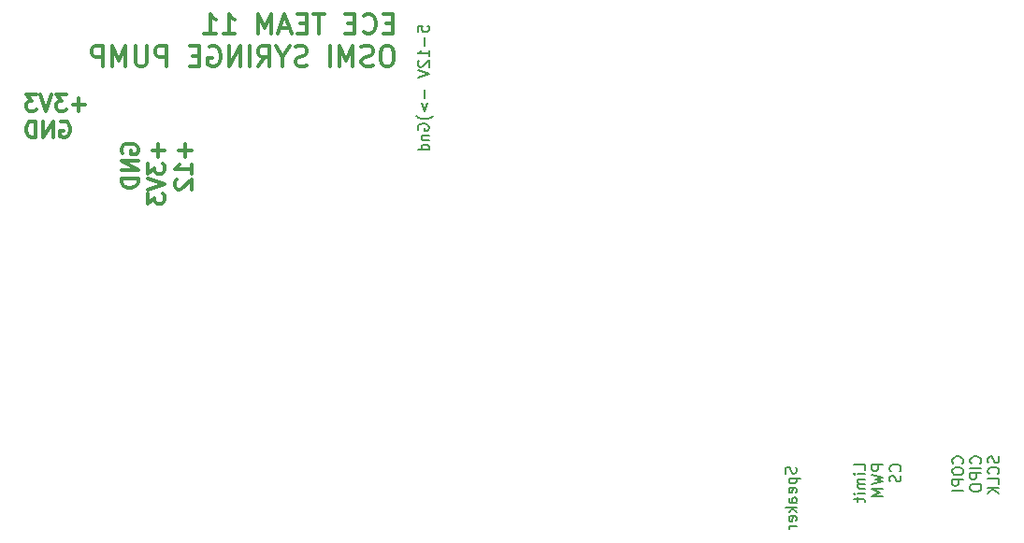
<source format=gbr>
%TF.GenerationSoftware,KiCad,Pcbnew,7.0.9*%
%TF.CreationDate,2024-01-24T14:37:03-05:00*%
%TF.ProjectId,FinalPcbLayout,46696e61-6c50-4636-924c-61796f75742e,rev?*%
%TF.SameCoordinates,Original*%
%TF.FileFunction,Legend,Bot*%
%TF.FilePolarity,Positive*%
%FSLAX46Y46*%
G04 Gerber Fmt 4.6, Leading zero omitted, Abs format (unit mm)*
G04 Created by KiCad (PCBNEW 7.0.9) date 2024-01-24 14:37:03*
%MOMM*%
%LPD*%
G01*
G04 APERTURE LIST*
%ADD10C,0.150000*%
%ADD11C,0.300000*%
G04 APERTURE END LIST*
D10*
X153847800Y-120532760D02*
X153895419Y-120675617D01*
X153895419Y-120675617D02*
X153895419Y-120913712D01*
X153895419Y-120913712D02*
X153847800Y-121008950D01*
X153847800Y-121008950D02*
X153800180Y-121056569D01*
X153800180Y-121056569D02*
X153704942Y-121104188D01*
X153704942Y-121104188D02*
X153609704Y-121104188D01*
X153609704Y-121104188D02*
X153514466Y-121056569D01*
X153514466Y-121056569D02*
X153466847Y-121008950D01*
X153466847Y-121008950D02*
X153419228Y-120913712D01*
X153419228Y-120913712D02*
X153371609Y-120723236D01*
X153371609Y-120723236D02*
X153323990Y-120627998D01*
X153323990Y-120627998D02*
X153276371Y-120580379D01*
X153276371Y-120580379D02*
X153181133Y-120532760D01*
X153181133Y-120532760D02*
X153085895Y-120532760D01*
X153085895Y-120532760D02*
X152990657Y-120580379D01*
X152990657Y-120580379D02*
X152943038Y-120627998D01*
X152943038Y-120627998D02*
X152895419Y-120723236D01*
X152895419Y-120723236D02*
X152895419Y-120961331D01*
X152895419Y-120961331D02*
X152943038Y-121104188D01*
X153228752Y-121532760D02*
X154228752Y-121532760D01*
X153276371Y-121532760D02*
X153228752Y-121627998D01*
X153228752Y-121627998D02*
X153228752Y-121818474D01*
X153228752Y-121818474D02*
X153276371Y-121913712D01*
X153276371Y-121913712D02*
X153323990Y-121961331D01*
X153323990Y-121961331D02*
X153419228Y-122008950D01*
X153419228Y-122008950D02*
X153704942Y-122008950D01*
X153704942Y-122008950D02*
X153800180Y-121961331D01*
X153800180Y-121961331D02*
X153847800Y-121913712D01*
X153847800Y-121913712D02*
X153895419Y-121818474D01*
X153895419Y-121818474D02*
X153895419Y-121627998D01*
X153895419Y-121627998D02*
X153847800Y-121532760D01*
X153847800Y-122818474D02*
X153895419Y-122723236D01*
X153895419Y-122723236D02*
X153895419Y-122532760D01*
X153895419Y-122532760D02*
X153847800Y-122437522D01*
X153847800Y-122437522D02*
X153752561Y-122389903D01*
X153752561Y-122389903D02*
X153371609Y-122389903D01*
X153371609Y-122389903D02*
X153276371Y-122437522D01*
X153276371Y-122437522D02*
X153228752Y-122532760D01*
X153228752Y-122532760D02*
X153228752Y-122723236D01*
X153228752Y-122723236D02*
X153276371Y-122818474D01*
X153276371Y-122818474D02*
X153371609Y-122866093D01*
X153371609Y-122866093D02*
X153466847Y-122866093D01*
X153466847Y-122866093D02*
X153562085Y-122389903D01*
X153895419Y-123723236D02*
X153371609Y-123723236D01*
X153371609Y-123723236D02*
X153276371Y-123675617D01*
X153276371Y-123675617D02*
X153228752Y-123580379D01*
X153228752Y-123580379D02*
X153228752Y-123389903D01*
X153228752Y-123389903D02*
X153276371Y-123294665D01*
X153847800Y-123723236D02*
X153895419Y-123627998D01*
X153895419Y-123627998D02*
X153895419Y-123389903D01*
X153895419Y-123389903D02*
X153847800Y-123294665D01*
X153847800Y-123294665D02*
X153752561Y-123247046D01*
X153752561Y-123247046D02*
X153657323Y-123247046D01*
X153657323Y-123247046D02*
X153562085Y-123294665D01*
X153562085Y-123294665D02*
X153514466Y-123389903D01*
X153514466Y-123389903D02*
X153514466Y-123627998D01*
X153514466Y-123627998D02*
X153466847Y-123723236D01*
X153895419Y-124199427D02*
X152895419Y-124199427D01*
X153514466Y-124294665D02*
X153895419Y-124580379D01*
X153228752Y-124580379D02*
X153609704Y-124199427D01*
X153847800Y-125389903D02*
X153895419Y-125294665D01*
X153895419Y-125294665D02*
X153895419Y-125104189D01*
X153895419Y-125104189D02*
X153847800Y-125008951D01*
X153847800Y-125008951D02*
X153752561Y-124961332D01*
X153752561Y-124961332D02*
X153371609Y-124961332D01*
X153371609Y-124961332D02*
X153276371Y-125008951D01*
X153276371Y-125008951D02*
X153228752Y-125104189D01*
X153228752Y-125104189D02*
X153228752Y-125294665D01*
X153228752Y-125294665D02*
X153276371Y-125389903D01*
X153276371Y-125389903D02*
X153371609Y-125437522D01*
X153371609Y-125437522D02*
X153466847Y-125437522D01*
X153466847Y-125437522D02*
X153562085Y-124961332D01*
X153895419Y-125866094D02*
X153228752Y-125866094D01*
X153419228Y-125866094D02*
X153323990Y-125913713D01*
X153323990Y-125913713D02*
X153276371Y-125961332D01*
X153276371Y-125961332D02*
X153228752Y-126056570D01*
X153228752Y-126056570D02*
X153228752Y-126151808D01*
D11*
X92856257Y-92069025D02*
X92784828Y-91926168D01*
X92784828Y-91926168D02*
X92784828Y-91711882D01*
X92784828Y-91711882D02*
X92856257Y-91497596D01*
X92856257Y-91497596D02*
X92999114Y-91354739D01*
X92999114Y-91354739D02*
X93141971Y-91283310D01*
X93141971Y-91283310D02*
X93427685Y-91211882D01*
X93427685Y-91211882D02*
X93641971Y-91211882D01*
X93641971Y-91211882D02*
X93927685Y-91283310D01*
X93927685Y-91283310D02*
X94070542Y-91354739D01*
X94070542Y-91354739D02*
X94213400Y-91497596D01*
X94213400Y-91497596D02*
X94284828Y-91711882D01*
X94284828Y-91711882D02*
X94284828Y-91854739D01*
X94284828Y-91854739D02*
X94213400Y-92069025D01*
X94213400Y-92069025D02*
X94141971Y-92140453D01*
X94141971Y-92140453D02*
X93641971Y-92140453D01*
X93641971Y-92140453D02*
X93641971Y-91854739D01*
X94284828Y-92783310D02*
X92784828Y-92783310D01*
X92784828Y-92783310D02*
X94284828Y-93640453D01*
X94284828Y-93640453D02*
X92784828Y-93640453D01*
X94284828Y-94354739D02*
X92784828Y-94354739D01*
X92784828Y-94354739D02*
X92784828Y-94711882D01*
X92784828Y-94711882D02*
X92856257Y-94926168D01*
X92856257Y-94926168D02*
X92999114Y-95069025D01*
X92999114Y-95069025D02*
X93141971Y-95140454D01*
X93141971Y-95140454D02*
X93427685Y-95211882D01*
X93427685Y-95211882D02*
X93641971Y-95211882D01*
X93641971Y-95211882D02*
X93927685Y-95140454D01*
X93927685Y-95140454D02*
X94070542Y-95069025D01*
X94070542Y-95069025D02*
X94213400Y-94926168D01*
X94213400Y-94926168D02*
X94284828Y-94711882D01*
X94284828Y-94711882D02*
X94284828Y-94354739D01*
X96128400Y-91283310D02*
X96128400Y-92426168D01*
X96699828Y-91854739D02*
X95556971Y-91854739D01*
X95199828Y-92997596D02*
X95199828Y-93926168D01*
X95199828Y-93926168D02*
X95771257Y-93426168D01*
X95771257Y-93426168D02*
X95771257Y-93640453D01*
X95771257Y-93640453D02*
X95842685Y-93783311D01*
X95842685Y-93783311D02*
X95914114Y-93854739D01*
X95914114Y-93854739D02*
X96056971Y-93926168D01*
X96056971Y-93926168D02*
X96414114Y-93926168D01*
X96414114Y-93926168D02*
X96556971Y-93854739D01*
X96556971Y-93854739D02*
X96628400Y-93783311D01*
X96628400Y-93783311D02*
X96699828Y-93640453D01*
X96699828Y-93640453D02*
X96699828Y-93211882D01*
X96699828Y-93211882D02*
X96628400Y-93069025D01*
X96628400Y-93069025D02*
X96556971Y-92997596D01*
X95199828Y-94354739D02*
X96699828Y-94854739D01*
X96699828Y-94854739D02*
X95199828Y-95354739D01*
X95199828Y-95711881D02*
X95199828Y-96640453D01*
X95199828Y-96640453D02*
X95771257Y-96140453D01*
X95771257Y-96140453D02*
X95771257Y-96354738D01*
X95771257Y-96354738D02*
X95842685Y-96497596D01*
X95842685Y-96497596D02*
X95914114Y-96569024D01*
X95914114Y-96569024D02*
X96056971Y-96640453D01*
X96056971Y-96640453D02*
X96414114Y-96640453D01*
X96414114Y-96640453D02*
X96556971Y-96569024D01*
X96556971Y-96569024D02*
X96628400Y-96497596D01*
X96628400Y-96497596D02*
X96699828Y-96354738D01*
X96699828Y-96354738D02*
X96699828Y-95926167D01*
X96699828Y-95926167D02*
X96628400Y-95783310D01*
X96628400Y-95783310D02*
X96556971Y-95711881D01*
X98543400Y-91283310D02*
X98543400Y-92426168D01*
X99114828Y-91854739D02*
X97971971Y-91854739D01*
X99114828Y-93926168D02*
X99114828Y-93069025D01*
X99114828Y-93497596D02*
X97614828Y-93497596D01*
X97614828Y-93497596D02*
X97829114Y-93354739D01*
X97829114Y-93354739D02*
X97971971Y-93211882D01*
X97971971Y-93211882D02*
X98043400Y-93069025D01*
X97757685Y-94497596D02*
X97686257Y-94569024D01*
X97686257Y-94569024D02*
X97614828Y-94711882D01*
X97614828Y-94711882D02*
X97614828Y-95069024D01*
X97614828Y-95069024D02*
X97686257Y-95211882D01*
X97686257Y-95211882D02*
X97757685Y-95283310D01*
X97757685Y-95283310D02*
X97900542Y-95354739D01*
X97900542Y-95354739D02*
X98043400Y-95354739D01*
X98043400Y-95354739D02*
X98257685Y-95283310D01*
X98257685Y-95283310D02*
X99114828Y-94426167D01*
X99114828Y-94426167D02*
X99114828Y-95354739D01*
X89507824Y-87695600D02*
X88364967Y-87695600D01*
X88936395Y-88267028D02*
X88936395Y-87124171D01*
X87793538Y-86767028D02*
X86864966Y-86767028D01*
X86864966Y-86767028D02*
X87364966Y-87338457D01*
X87364966Y-87338457D02*
X87150681Y-87338457D01*
X87150681Y-87338457D02*
X87007824Y-87409885D01*
X87007824Y-87409885D02*
X86936395Y-87481314D01*
X86936395Y-87481314D02*
X86864966Y-87624171D01*
X86864966Y-87624171D02*
X86864966Y-87981314D01*
X86864966Y-87981314D02*
X86936395Y-88124171D01*
X86936395Y-88124171D02*
X87007824Y-88195600D01*
X87007824Y-88195600D02*
X87150681Y-88267028D01*
X87150681Y-88267028D02*
X87579252Y-88267028D01*
X87579252Y-88267028D02*
X87722109Y-88195600D01*
X87722109Y-88195600D02*
X87793538Y-88124171D01*
X86436395Y-86767028D02*
X85936395Y-88267028D01*
X85936395Y-88267028D02*
X85436395Y-86767028D01*
X85079253Y-86767028D02*
X84150681Y-86767028D01*
X84150681Y-86767028D02*
X84650681Y-87338457D01*
X84650681Y-87338457D02*
X84436396Y-87338457D01*
X84436396Y-87338457D02*
X84293539Y-87409885D01*
X84293539Y-87409885D02*
X84222110Y-87481314D01*
X84222110Y-87481314D02*
X84150681Y-87624171D01*
X84150681Y-87624171D02*
X84150681Y-87981314D01*
X84150681Y-87981314D02*
X84222110Y-88124171D01*
X84222110Y-88124171D02*
X84293539Y-88195600D01*
X84293539Y-88195600D02*
X84436396Y-88267028D01*
X84436396Y-88267028D02*
X84864967Y-88267028D01*
X84864967Y-88267028D02*
X85007824Y-88195600D01*
X85007824Y-88195600D02*
X85079253Y-88124171D01*
X87293539Y-89253457D02*
X87436397Y-89182028D01*
X87436397Y-89182028D02*
X87650682Y-89182028D01*
X87650682Y-89182028D02*
X87864968Y-89253457D01*
X87864968Y-89253457D02*
X88007825Y-89396314D01*
X88007825Y-89396314D02*
X88079254Y-89539171D01*
X88079254Y-89539171D02*
X88150682Y-89824885D01*
X88150682Y-89824885D02*
X88150682Y-90039171D01*
X88150682Y-90039171D02*
X88079254Y-90324885D01*
X88079254Y-90324885D02*
X88007825Y-90467742D01*
X88007825Y-90467742D02*
X87864968Y-90610600D01*
X87864968Y-90610600D02*
X87650682Y-90682028D01*
X87650682Y-90682028D02*
X87507825Y-90682028D01*
X87507825Y-90682028D02*
X87293539Y-90610600D01*
X87293539Y-90610600D02*
X87222111Y-90539171D01*
X87222111Y-90539171D02*
X87222111Y-90039171D01*
X87222111Y-90039171D02*
X87507825Y-90039171D01*
X86579254Y-90682028D02*
X86579254Y-89182028D01*
X86579254Y-89182028D02*
X85722111Y-90682028D01*
X85722111Y-90682028D02*
X85722111Y-89182028D01*
X85007825Y-90682028D02*
X85007825Y-89182028D01*
X85007825Y-89182028D02*
X84650682Y-89182028D01*
X84650682Y-89182028D02*
X84436396Y-89253457D01*
X84436396Y-89253457D02*
X84293539Y-89396314D01*
X84293539Y-89396314D02*
X84222110Y-89539171D01*
X84222110Y-89539171D02*
X84150682Y-89824885D01*
X84150682Y-89824885D02*
X84150682Y-90039171D01*
X84150682Y-90039171D02*
X84222110Y-90324885D01*
X84222110Y-90324885D02*
X84293539Y-90467742D01*
X84293539Y-90467742D02*
X84436396Y-90610600D01*
X84436396Y-90610600D02*
X84650682Y-90682028D01*
X84650682Y-90682028D02*
X85007825Y-90682028D01*
D10*
X119621419Y-81076969D02*
X119621419Y-80600779D01*
X119621419Y-80600779D02*
X120097609Y-80553160D01*
X120097609Y-80553160D02*
X120049990Y-80600779D01*
X120049990Y-80600779D02*
X120002371Y-80696017D01*
X120002371Y-80696017D02*
X120002371Y-80934112D01*
X120002371Y-80934112D02*
X120049990Y-81029350D01*
X120049990Y-81029350D02*
X120097609Y-81076969D01*
X120097609Y-81076969D02*
X120192847Y-81124588D01*
X120192847Y-81124588D02*
X120430942Y-81124588D01*
X120430942Y-81124588D02*
X120526180Y-81076969D01*
X120526180Y-81076969D02*
X120573800Y-81029350D01*
X120573800Y-81029350D02*
X120621419Y-80934112D01*
X120621419Y-80934112D02*
X120621419Y-80696017D01*
X120621419Y-80696017D02*
X120573800Y-80600779D01*
X120573800Y-80600779D02*
X120526180Y-80553160D01*
X120240466Y-81553160D02*
X120240466Y-82315065D01*
X120621419Y-83315064D02*
X120621419Y-82743636D01*
X120621419Y-83029350D02*
X119621419Y-83029350D01*
X119621419Y-83029350D02*
X119764276Y-82934112D01*
X119764276Y-82934112D02*
X119859514Y-82838874D01*
X119859514Y-82838874D02*
X119907133Y-82743636D01*
X119716657Y-83696017D02*
X119669038Y-83743636D01*
X119669038Y-83743636D02*
X119621419Y-83838874D01*
X119621419Y-83838874D02*
X119621419Y-84076969D01*
X119621419Y-84076969D02*
X119669038Y-84172207D01*
X119669038Y-84172207D02*
X119716657Y-84219826D01*
X119716657Y-84219826D02*
X119811895Y-84267445D01*
X119811895Y-84267445D02*
X119907133Y-84267445D01*
X119907133Y-84267445D02*
X120049990Y-84219826D01*
X120049990Y-84219826D02*
X120621419Y-83648398D01*
X120621419Y-83648398D02*
X120621419Y-84267445D01*
X119621419Y-84553160D02*
X120621419Y-84886493D01*
X120621419Y-84886493D02*
X119621419Y-85219826D01*
X120240466Y-86315065D02*
X120240466Y-87076970D01*
X119954752Y-87553160D02*
X120240466Y-88315065D01*
X120240466Y-88315065D02*
X120526180Y-87553160D01*
X121002371Y-88696017D02*
X120954752Y-88743636D01*
X120954752Y-88743636D02*
X120811895Y-88838874D01*
X120811895Y-88838874D02*
X120716657Y-88886493D01*
X120716657Y-88886493D02*
X120573800Y-88934112D01*
X120573800Y-88934112D02*
X120335704Y-88981731D01*
X120335704Y-88981731D02*
X120145228Y-88981731D01*
X120145228Y-88981731D02*
X119907133Y-88934112D01*
X119907133Y-88934112D02*
X119764276Y-88886493D01*
X119764276Y-88886493D02*
X119669038Y-88838874D01*
X119669038Y-88838874D02*
X119526180Y-88743636D01*
X119526180Y-88743636D02*
X119478561Y-88696017D01*
X119669038Y-89981731D02*
X119621419Y-89886493D01*
X119621419Y-89886493D02*
X119621419Y-89743636D01*
X119621419Y-89743636D02*
X119669038Y-89600779D01*
X119669038Y-89600779D02*
X119764276Y-89505541D01*
X119764276Y-89505541D02*
X119859514Y-89457922D01*
X119859514Y-89457922D02*
X120049990Y-89410303D01*
X120049990Y-89410303D02*
X120192847Y-89410303D01*
X120192847Y-89410303D02*
X120383323Y-89457922D01*
X120383323Y-89457922D02*
X120478561Y-89505541D01*
X120478561Y-89505541D02*
X120573800Y-89600779D01*
X120573800Y-89600779D02*
X120621419Y-89743636D01*
X120621419Y-89743636D02*
X120621419Y-89838874D01*
X120621419Y-89838874D02*
X120573800Y-89981731D01*
X120573800Y-89981731D02*
X120526180Y-90029350D01*
X120526180Y-90029350D02*
X120192847Y-90029350D01*
X120192847Y-90029350D02*
X120192847Y-89838874D01*
X119954752Y-90457922D02*
X120621419Y-90457922D01*
X120049990Y-90457922D02*
X120002371Y-90505541D01*
X120002371Y-90505541D02*
X119954752Y-90600779D01*
X119954752Y-90600779D02*
X119954752Y-90743636D01*
X119954752Y-90743636D02*
X120002371Y-90838874D01*
X120002371Y-90838874D02*
X120097609Y-90886493D01*
X120097609Y-90886493D02*
X120621419Y-90886493D01*
X120621419Y-91791255D02*
X119621419Y-91791255D01*
X120573800Y-91791255D02*
X120621419Y-91696017D01*
X120621419Y-91696017D02*
X120621419Y-91505541D01*
X120621419Y-91505541D02*
X120573800Y-91410303D01*
X120573800Y-91410303D02*
X120526180Y-91362684D01*
X120526180Y-91362684D02*
X120430942Y-91315065D01*
X120430942Y-91315065D02*
X120145228Y-91315065D01*
X120145228Y-91315065D02*
X120049990Y-91362684D01*
X120049990Y-91362684D02*
X120002371Y-91410303D01*
X120002371Y-91410303D02*
X119954752Y-91505541D01*
X119954752Y-91505541D02*
X119954752Y-91696017D01*
X119954752Y-91696017D02*
X120002371Y-91791255D01*
X168918980Y-120186607D02*
X168966600Y-120138988D01*
X168966600Y-120138988D02*
X169014219Y-119996131D01*
X169014219Y-119996131D02*
X169014219Y-119900893D01*
X169014219Y-119900893D02*
X168966600Y-119758036D01*
X168966600Y-119758036D02*
X168871361Y-119662798D01*
X168871361Y-119662798D02*
X168776123Y-119615179D01*
X168776123Y-119615179D02*
X168585647Y-119567560D01*
X168585647Y-119567560D02*
X168442790Y-119567560D01*
X168442790Y-119567560D02*
X168252314Y-119615179D01*
X168252314Y-119615179D02*
X168157076Y-119662798D01*
X168157076Y-119662798D02*
X168061838Y-119758036D01*
X168061838Y-119758036D02*
X168014219Y-119900893D01*
X168014219Y-119900893D02*
X168014219Y-119996131D01*
X168014219Y-119996131D02*
X168061838Y-120138988D01*
X168061838Y-120138988D02*
X168109457Y-120186607D01*
X168014219Y-120805655D02*
X168014219Y-120996131D01*
X168014219Y-120996131D02*
X168061838Y-121091369D01*
X168061838Y-121091369D02*
X168157076Y-121186607D01*
X168157076Y-121186607D02*
X168347552Y-121234226D01*
X168347552Y-121234226D02*
X168680885Y-121234226D01*
X168680885Y-121234226D02*
X168871361Y-121186607D01*
X168871361Y-121186607D02*
X168966600Y-121091369D01*
X168966600Y-121091369D02*
X169014219Y-120996131D01*
X169014219Y-120996131D02*
X169014219Y-120805655D01*
X169014219Y-120805655D02*
X168966600Y-120710417D01*
X168966600Y-120710417D02*
X168871361Y-120615179D01*
X168871361Y-120615179D02*
X168680885Y-120567560D01*
X168680885Y-120567560D02*
X168347552Y-120567560D01*
X168347552Y-120567560D02*
X168157076Y-120615179D01*
X168157076Y-120615179D02*
X168061838Y-120710417D01*
X168061838Y-120710417D02*
X168014219Y-120805655D01*
X169014219Y-121662798D02*
X168014219Y-121662798D01*
X168014219Y-121662798D02*
X168014219Y-122043750D01*
X168014219Y-122043750D02*
X168061838Y-122138988D01*
X168061838Y-122138988D02*
X168109457Y-122186607D01*
X168109457Y-122186607D02*
X168204695Y-122234226D01*
X168204695Y-122234226D02*
X168347552Y-122234226D01*
X168347552Y-122234226D02*
X168442790Y-122186607D01*
X168442790Y-122186607D02*
X168490409Y-122138988D01*
X168490409Y-122138988D02*
X168538028Y-122043750D01*
X168538028Y-122043750D02*
X168538028Y-121662798D01*
X169014219Y-122662798D02*
X168014219Y-122662798D01*
X170528980Y-120186607D02*
X170576600Y-120138988D01*
X170576600Y-120138988D02*
X170624219Y-119996131D01*
X170624219Y-119996131D02*
X170624219Y-119900893D01*
X170624219Y-119900893D02*
X170576600Y-119758036D01*
X170576600Y-119758036D02*
X170481361Y-119662798D01*
X170481361Y-119662798D02*
X170386123Y-119615179D01*
X170386123Y-119615179D02*
X170195647Y-119567560D01*
X170195647Y-119567560D02*
X170052790Y-119567560D01*
X170052790Y-119567560D02*
X169862314Y-119615179D01*
X169862314Y-119615179D02*
X169767076Y-119662798D01*
X169767076Y-119662798D02*
X169671838Y-119758036D01*
X169671838Y-119758036D02*
X169624219Y-119900893D01*
X169624219Y-119900893D02*
X169624219Y-119996131D01*
X169624219Y-119996131D02*
X169671838Y-120138988D01*
X169671838Y-120138988D02*
X169719457Y-120186607D01*
X170624219Y-120615179D02*
X169624219Y-120615179D01*
X170624219Y-121091369D02*
X169624219Y-121091369D01*
X169624219Y-121091369D02*
X169624219Y-121472321D01*
X169624219Y-121472321D02*
X169671838Y-121567559D01*
X169671838Y-121567559D02*
X169719457Y-121615178D01*
X169719457Y-121615178D02*
X169814695Y-121662797D01*
X169814695Y-121662797D02*
X169957552Y-121662797D01*
X169957552Y-121662797D02*
X170052790Y-121615178D01*
X170052790Y-121615178D02*
X170100409Y-121567559D01*
X170100409Y-121567559D02*
X170148028Y-121472321D01*
X170148028Y-121472321D02*
X170148028Y-121091369D01*
X169624219Y-122281845D02*
X169624219Y-122472321D01*
X169624219Y-122472321D02*
X169671838Y-122567559D01*
X169671838Y-122567559D02*
X169767076Y-122662797D01*
X169767076Y-122662797D02*
X169957552Y-122710416D01*
X169957552Y-122710416D02*
X170290885Y-122710416D01*
X170290885Y-122710416D02*
X170481361Y-122662797D01*
X170481361Y-122662797D02*
X170576600Y-122567559D01*
X170576600Y-122567559D02*
X170624219Y-122472321D01*
X170624219Y-122472321D02*
X170624219Y-122281845D01*
X170624219Y-122281845D02*
X170576600Y-122186607D01*
X170576600Y-122186607D02*
X170481361Y-122091369D01*
X170481361Y-122091369D02*
X170290885Y-122043750D01*
X170290885Y-122043750D02*
X169957552Y-122043750D01*
X169957552Y-122043750D02*
X169767076Y-122091369D01*
X169767076Y-122091369D02*
X169671838Y-122186607D01*
X169671838Y-122186607D02*
X169624219Y-122281845D01*
X172186600Y-119567560D02*
X172234219Y-119710417D01*
X172234219Y-119710417D02*
X172234219Y-119948512D01*
X172234219Y-119948512D02*
X172186600Y-120043750D01*
X172186600Y-120043750D02*
X172138980Y-120091369D01*
X172138980Y-120091369D02*
X172043742Y-120138988D01*
X172043742Y-120138988D02*
X171948504Y-120138988D01*
X171948504Y-120138988D02*
X171853266Y-120091369D01*
X171853266Y-120091369D02*
X171805647Y-120043750D01*
X171805647Y-120043750D02*
X171758028Y-119948512D01*
X171758028Y-119948512D02*
X171710409Y-119758036D01*
X171710409Y-119758036D02*
X171662790Y-119662798D01*
X171662790Y-119662798D02*
X171615171Y-119615179D01*
X171615171Y-119615179D02*
X171519933Y-119567560D01*
X171519933Y-119567560D02*
X171424695Y-119567560D01*
X171424695Y-119567560D02*
X171329457Y-119615179D01*
X171329457Y-119615179D02*
X171281838Y-119662798D01*
X171281838Y-119662798D02*
X171234219Y-119758036D01*
X171234219Y-119758036D02*
X171234219Y-119996131D01*
X171234219Y-119996131D02*
X171281838Y-120138988D01*
X172138980Y-121138988D02*
X172186600Y-121091369D01*
X172186600Y-121091369D02*
X172234219Y-120948512D01*
X172234219Y-120948512D02*
X172234219Y-120853274D01*
X172234219Y-120853274D02*
X172186600Y-120710417D01*
X172186600Y-120710417D02*
X172091361Y-120615179D01*
X172091361Y-120615179D02*
X171996123Y-120567560D01*
X171996123Y-120567560D02*
X171805647Y-120519941D01*
X171805647Y-120519941D02*
X171662790Y-120519941D01*
X171662790Y-120519941D02*
X171472314Y-120567560D01*
X171472314Y-120567560D02*
X171377076Y-120615179D01*
X171377076Y-120615179D02*
X171281838Y-120710417D01*
X171281838Y-120710417D02*
X171234219Y-120853274D01*
X171234219Y-120853274D02*
X171234219Y-120948512D01*
X171234219Y-120948512D02*
X171281838Y-121091369D01*
X171281838Y-121091369D02*
X171329457Y-121138988D01*
X172234219Y-122043750D02*
X172234219Y-121567560D01*
X172234219Y-121567560D02*
X171234219Y-121567560D01*
X172234219Y-122377084D02*
X171234219Y-122377084D01*
X172234219Y-122948512D02*
X171662790Y-122519941D01*
X171234219Y-122948512D02*
X171805647Y-122377084D01*
X160124219Y-120802569D02*
X160124219Y-120326379D01*
X160124219Y-120326379D02*
X159124219Y-120326379D01*
X160124219Y-121135903D02*
X159457552Y-121135903D01*
X159124219Y-121135903D02*
X159171838Y-121088284D01*
X159171838Y-121088284D02*
X159219457Y-121135903D01*
X159219457Y-121135903D02*
X159171838Y-121183522D01*
X159171838Y-121183522D02*
X159124219Y-121135903D01*
X159124219Y-121135903D02*
X159219457Y-121135903D01*
X160124219Y-121612093D02*
X159457552Y-121612093D01*
X159552790Y-121612093D02*
X159505171Y-121659712D01*
X159505171Y-121659712D02*
X159457552Y-121754950D01*
X159457552Y-121754950D02*
X159457552Y-121897807D01*
X159457552Y-121897807D02*
X159505171Y-121993045D01*
X159505171Y-121993045D02*
X159600409Y-122040664D01*
X159600409Y-122040664D02*
X160124219Y-122040664D01*
X159600409Y-122040664D02*
X159505171Y-122088283D01*
X159505171Y-122088283D02*
X159457552Y-122183521D01*
X159457552Y-122183521D02*
X159457552Y-122326378D01*
X159457552Y-122326378D02*
X159505171Y-122421617D01*
X159505171Y-122421617D02*
X159600409Y-122469236D01*
X159600409Y-122469236D02*
X160124219Y-122469236D01*
X160124219Y-122945426D02*
X159457552Y-122945426D01*
X159124219Y-122945426D02*
X159171838Y-122897807D01*
X159171838Y-122897807D02*
X159219457Y-122945426D01*
X159219457Y-122945426D02*
X159171838Y-122993045D01*
X159171838Y-122993045D02*
X159124219Y-122945426D01*
X159124219Y-122945426D02*
X159219457Y-122945426D01*
X159457552Y-123278759D02*
X159457552Y-123659711D01*
X159124219Y-123421616D02*
X159981361Y-123421616D01*
X159981361Y-123421616D02*
X160076600Y-123469235D01*
X160076600Y-123469235D02*
X160124219Y-123564473D01*
X160124219Y-123564473D02*
X160124219Y-123659711D01*
X161734219Y-120326379D02*
X160734219Y-120326379D01*
X160734219Y-120326379D02*
X160734219Y-120707331D01*
X160734219Y-120707331D02*
X160781838Y-120802569D01*
X160781838Y-120802569D02*
X160829457Y-120850188D01*
X160829457Y-120850188D02*
X160924695Y-120897807D01*
X160924695Y-120897807D02*
X161067552Y-120897807D01*
X161067552Y-120897807D02*
X161162790Y-120850188D01*
X161162790Y-120850188D02*
X161210409Y-120802569D01*
X161210409Y-120802569D02*
X161258028Y-120707331D01*
X161258028Y-120707331D02*
X161258028Y-120326379D01*
X160734219Y-121231141D02*
X161734219Y-121469236D01*
X161734219Y-121469236D02*
X161019933Y-121659712D01*
X161019933Y-121659712D02*
X161734219Y-121850188D01*
X161734219Y-121850188D02*
X160734219Y-122088284D01*
X161734219Y-122469236D02*
X160734219Y-122469236D01*
X160734219Y-122469236D02*
X161448504Y-122802569D01*
X161448504Y-122802569D02*
X160734219Y-123135902D01*
X160734219Y-123135902D02*
X161734219Y-123135902D01*
X163248980Y-120897807D02*
X163296600Y-120850188D01*
X163296600Y-120850188D02*
X163344219Y-120707331D01*
X163344219Y-120707331D02*
X163344219Y-120612093D01*
X163344219Y-120612093D02*
X163296600Y-120469236D01*
X163296600Y-120469236D02*
X163201361Y-120373998D01*
X163201361Y-120373998D02*
X163106123Y-120326379D01*
X163106123Y-120326379D02*
X162915647Y-120278760D01*
X162915647Y-120278760D02*
X162772790Y-120278760D01*
X162772790Y-120278760D02*
X162582314Y-120326379D01*
X162582314Y-120326379D02*
X162487076Y-120373998D01*
X162487076Y-120373998D02*
X162391838Y-120469236D01*
X162391838Y-120469236D02*
X162344219Y-120612093D01*
X162344219Y-120612093D02*
X162344219Y-120707331D01*
X162344219Y-120707331D02*
X162391838Y-120850188D01*
X162391838Y-120850188D02*
X162439457Y-120897807D01*
X163296600Y-121278760D02*
X163344219Y-121421617D01*
X163344219Y-121421617D02*
X163344219Y-121659712D01*
X163344219Y-121659712D02*
X163296600Y-121754950D01*
X163296600Y-121754950D02*
X163248980Y-121802569D01*
X163248980Y-121802569D02*
X163153742Y-121850188D01*
X163153742Y-121850188D02*
X163058504Y-121850188D01*
X163058504Y-121850188D02*
X162963266Y-121802569D01*
X162963266Y-121802569D02*
X162915647Y-121754950D01*
X162915647Y-121754950D02*
X162868028Y-121659712D01*
X162868028Y-121659712D02*
X162820409Y-121469236D01*
X162820409Y-121469236D02*
X162772790Y-121373998D01*
X162772790Y-121373998D02*
X162725171Y-121326379D01*
X162725171Y-121326379D02*
X162629933Y-121278760D01*
X162629933Y-121278760D02*
X162534695Y-121278760D01*
X162534695Y-121278760D02*
X162439457Y-121326379D01*
X162439457Y-121326379D02*
X162391838Y-121373998D01*
X162391838Y-121373998D02*
X162344219Y-121469236D01*
X162344219Y-121469236D02*
X162344219Y-121707331D01*
X162344219Y-121707331D02*
X162391838Y-121850188D01*
D11*
X117344060Y-80353257D02*
X116744060Y-80353257D01*
X116486917Y-81296114D02*
X117344060Y-81296114D01*
X117344060Y-81296114D02*
X117344060Y-79496114D01*
X117344060Y-79496114D02*
X116486917Y-79496114D01*
X114686918Y-81124685D02*
X114772632Y-81210400D01*
X114772632Y-81210400D02*
X115029775Y-81296114D01*
X115029775Y-81296114D02*
X115201203Y-81296114D01*
X115201203Y-81296114D02*
X115458346Y-81210400D01*
X115458346Y-81210400D02*
X115629775Y-81038971D01*
X115629775Y-81038971D02*
X115715489Y-80867542D01*
X115715489Y-80867542D02*
X115801203Y-80524685D01*
X115801203Y-80524685D02*
X115801203Y-80267542D01*
X115801203Y-80267542D02*
X115715489Y-79924685D01*
X115715489Y-79924685D02*
X115629775Y-79753257D01*
X115629775Y-79753257D02*
X115458346Y-79581828D01*
X115458346Y-79581828D02*
X115201203Y-79496114D01*
X115201203Y-79496114D02*
X115029775Y-79496114D01*
X115029775Y-79496114D02*
X114772632Y-79581828D01*
X114772632Y-79581828D02*
X114686918Y-79667542D01*
X113915489Y-80353257D02*
X113315489Y-80353257D01*
X113058346Y-81296114D02*
X113915489Y-81296114D01*
X113915489Y-81296114D02*
X113915489Y-79496114D01*
X113915489Y-79496114D02*
X113058346Y-79496114D01*
X111172632Y-79496114D02*
X110144061Y-79496114D01*
X110658346Y-81296114D02*
X110658346Y-79496114D01*
X109544060Y-80353257D02*
X108944060Y-80353257D01*
X108686917Y-81296114D02*
X109544060Y-81296114D01*
X109544060Y-81296114D02*
X109544060Y-79496114D01*
X109544060Y-79496114D02*
X108686917Y-79496114D01*
X108001203Y-80781828D02*
X107144061Y-80781828D01*
X108172632Y-81296114D02*
X107572632Y-79496114D01*
X107572632Y-79496114D02*
X106972632Y-81296114D01*
X106372632Y-81296114D02*
X106372632Y-79496114D01*
X106372632Y-79496114D02*
X105772632Y-80781828D01*
X105772632Y-80781828D02*
X105172632Y-79496114D01*
X105172632Y-79496114D02*
X105172632Y-81296114D01*
X102001203Y-81296114D02*
X103029774Y-81296114D01*
X102515489Y-81296114D02*
X102515489Y-79496114D01*
X102515489Y-79496114D02*
X102686917Y-79753257D01*
X102686917Y-79753257D02*
X102858346Y-79924685D01*
X102858346Y-79924685D02*
X103029774Y-80010400D01*
X100286917Y-81296114D02*
X101315488Y-81296114D01*
X100801203Y-81296114D02*
X100801203Y-79496114D01*
X100801203Y-79496114D02*
X100972631Y-79753257D01*
X100972631Y-79753257D02*
X101144060Y-79924685D01*
X101144060Y-79924685D02*
X101315488Y-80010400D01*
X117001203Y-82394114D02*
X116658346Y-82394114D01*
X116658346Y-82394114D02*
X116486917Y-82479828D01*
X116486917Y-82479828D02*
X116315489Y-82651257D01*
X116315489Y-82651257D02*
X116229774Y-82994114D01*
X116229774Y-82994114D02*
X116229774Y-83594114D01*
X116229774Y-83594114D02*
X116315489Y-83936971D01*
X116315489Y-83936971D02*
X116486917Y-84108400D01*
X116486917Y-84108400D02*
X116658346Y-84194114D01*
X116658346Y-84194114D02*
X117001203Y-84194114D01*
X117001203Y-84194114D02*
X117172632Y-84108400D01*
X117172632Y-84108400D02*
X117344060Y-83936971D01*
X117344060Y-83936971D02*
X117429774Y-83594114D01*
X117429774Y-83594114D02*
X117429774Y-82994114D01*
X117429774Y-82994114D02*
X117344060Y-82651257D01*
X117344060Y-82651257D02*
X117172632Y-82479828D01*
X117172632Y-82479828D02*
X117001203Y-82394114D01*
X115544060Y-84108400D02*
X115286918Y-84194114D01*
X115286918Y-84194114D02*
X114858346Y-84194114D01*
X114858346Y-84194114D02*
X114686918Y-84108400D01*
X114686918Y-84108400D02*
X114601203Y-84022685D01*
X114601203Y-84022685D02*
X114515489Y-83851257D01*
X114515489Y-83851257D02*
X114515489Y-83679828D01*
X114515489Y-83679828D02*
X114601203Y-83508400D01*
X114601203Y-83508400D02*
X114686918Y-83422685D01*
X114686918Y-83422685D02*
X114858346Y-83336971D01*
X114858346Y-83336971D02*
X115201203Y-83251257D01*
X115201203Y-83251257D02*
X115372632Y-83165542D01*
X115372632Y-83165542D02*
X115458346Y-83079828D01*
X115458346Y-83079828D02*
X115544060Y-82908400D01*
X115544060Y-82908400D02*
X115544060Y-82736971D01*
X115544060Y-82736971D02*
X115458346Y-82565542D01*
X115458346Y-82565542D02*
X115372632Y-82479828D01*
X115372632Y-82479828D02*
X115201203Y-82394114D01*
X115201203Y-82394114D02*
X114772632Y-82394114D01*
X114772632Y-82394114D02*
X114515489Y-82479828D01*
X113744060Y-84194114D02*
X113744060Y-82394114D01*
X113744060Y-82394114D02*
X113144060Y-83679828D01*
X113144060Y-83679828D02*
X112544060Y-82394114D01*
X112544060Y-82394114D02*
X112544060Y-84194114D01*
X111686917Y-84194114D02*
X111686917Y-82394114D01*
X109544059Y-84108400D02*
X109286917Y-84194114D01*
X109286917Y-84194114D02*
X108858345Y-84194114D01*
X108858345Y-84194114D02*
X108686917Y-84108400D01*
X108686917Y-84108400D02*
X108601202Y-84022685D01*
X108601202Y-84022685D02*
X108515488Y-83851257D01*
X108515488Y-83851257D02*
X108515488Y-83679828D01*
X108515488Y-83679828D02*
X108601202Y-83508400D01*
X108601202Y-83508400D02*
X108686917Y-83422685D01*
X108686917Y-83422685D02*
X108858345Y-83336971D01*
X108858345Y-83336971D02*
X109201202Y-83251257D01*
X109201202Y-83251257D02*
X109372631Y-83165542D01*
X109372631Y-83165542D02*
X109458345Y-83079828D01*
X109458345Y-83079828D02*
X109544059Y-82908400D01*
X109544059Y-82908400D02*
X109544059Y-82736971D01*
X109544059Y-82736971D02*
X109458345Y-82565542D01*
X109458345Y-82565542D02*
X109372631Y-82479828D01*
X109372631Y-82479828D02*
X109201202Y-82394114D01*
X109201202Y-82394114D02*
X108772631Y-82394114D01*
X108772631Y-82394114D02*
X108515488Y-82479828D01*
X107401202Y-83336971D02*
X107401202Y-84194114D01*
X108001202Y-82394114D02*
X107401202Y-83336971D01*
X107401202Y-83336971D02*
X106801202Y-82394114D01*
X105172631Y-84194114D02*
X105772631Y-83336971D01*
X106201202Y-84194114D02*
X106201202Y-82394114D01*
X106201202Y-82394114D02*
X105515488Y-82394114D01*
X105515488Y-82394114D02*
X105344059Y-82479828D01*
X105344059Y-82479828D02*
X105258345Y-82565542D01*
X105258345Y-82565542D02*
X105172631Y-82736971D01*
X105172631Y-82736971D02*
X105172631Y-82994114D01*
X105172631Y-82994114D02*
X105258345Y-83165542D01*
X105258345Y-83165542D02*
X105344059Y-83251257D01*
X105344059Y-83251257D02*
X105515488Y-83336971D01*
X105515488Y-83336971D02*
X106201202Y-83336971D01*
X104401202Y-84194114D02*
X104401202Y-82394114D01*
X103544059Y-84194114D02*
X103544059Y-82394114D01*
X103544059Y-82394114D02*
X102515488Y-84194114D01*
X102515488Y-84194114D02*
X102515488Y-82394114D01*
X100715488Y-82479828D02*
X100886917Y-82394114D01*
X100886917Y-82394114D02*
X101144059Y-82394114D01*
X101144059Y-82394114D02*
X101401202Y-82479828D01*
X101401202Y-82479828D02*
X101572631Y-82651257D01*
X101572631Y-82651257D02*
X101658345Y-82822685D01*
X101658345Y-82822685D02*
X101744059Y-83165542D01*
X101744059Y-83165542D02*
X101744059Y-83422685D01*
X101744059Y-83422685D02*
X101658345Y-83765542D01*
X101658345Y-83765542D02*
X101572631Y-83936971D01*
X101572631Y-83936971D02*
X101401202Y-84108400D01*
X101401202Y-84108400D02*
X101144059Y-84194114D01*
X101144059Y-84194114D02*
X100972631Y-84194114D01*
X100972631Y-84194114D02*
X100715488Y-84108400D01*
X100715488Y-84108400D02*
X100629774Y-84022685D01*
X100629774Y-84022685D02*
X100629774Y-83422685D01*
X100629774Y-83422685D02*
X100972631Y-83422685D01*
X99858345Y-83251257D02*
X99258345Y-83251257D01*
X99001202Y-84194114D02*
X99858345Y-84194114D01*
X99858345Y-84194114D02*
X99858345Y-82394114D01*
X99858345Y-82394114D02*
X99001202Y-82394114D01*
X96858345Y-84194114D02*
X96858345Y-82394114D01*
X96858345Y-82394114D02*
X96172631Y-82394114D01*
X96172631Y-82394114D02*
X96001202Y-82479828D01*
X96001202Y-82479828D02*
X95915488Y-82565542D01*
X95915488Y-82565542D02*
X95829774Y-82736971D01*
X95829774Y-82736971D02*
X95829774Y-82994114D01*
X95829774Y-82994114D02*
X95915488Y-83165542D01*
X95915488Y-83165542D02*
X96001202Y-83251257D01*
X96001202Y-83251257D02*
X96172631Y-83336971D01*
X96172631Y-83336971D02*
X96858345Y-83336971D01*
X95058345Y-82394114D02*
X95058345Y-83851257D01*
X95058345Y-83851257D02*
X94972631Y-84022685D01*
X94972631Y-84022685D02*
X94886917Y-84108400D01*
X94886917Y-84108400D02*
X94715488Y-84194114D01*
X94715488Y-84194114D02*
X94372631Y-84194114D01*
X94372631Y-84194114D02*
X94201202Y-84108400D01*
X94201202Y-84108400D02*
X94115488Y-84022685D01*
X94115488Y-84022685D02*
X94029774Y-83851257D01*
X94029774Y-83851257D02*
X94029774Y-82394114D01*
X93172631Y-84194114D02*
X93172631Y-82394114D01*
X93172631Y-82394114D02*
X92572631Y-83679828D01*
X92572631Y-83679828D02*
X91972631Y-82394114D01*
X91972631Y-82394114D02*
X91972631Y-84194114D01*
X91115488Y-84194114D02*
X91115488Y-82394114D01*
X91115488Y-82394114D02*
X90429774Y-82394114D01*
X90429774Y-82394114D02*
X90258345Y-82479828D01*
X90258345Y-82479828D02*
X90172631Y-82565542D01*
X90172631Y-82565542D02*
X90086917Y-82736971D01*
X90086917Y-82736971D02*
X90086917Y-82994114D01*
X90086917Y-82994114D02*
X90172631Y-83165542D01*
X90172631Y-83165542D02*
X90258345Y-83251257D01*
X90258345Y-83251257D02*
X90429774Y-83336971D01*
X90429774Y-83336971D02*
X91115488Y-83336971D01*
M02*

</source>
